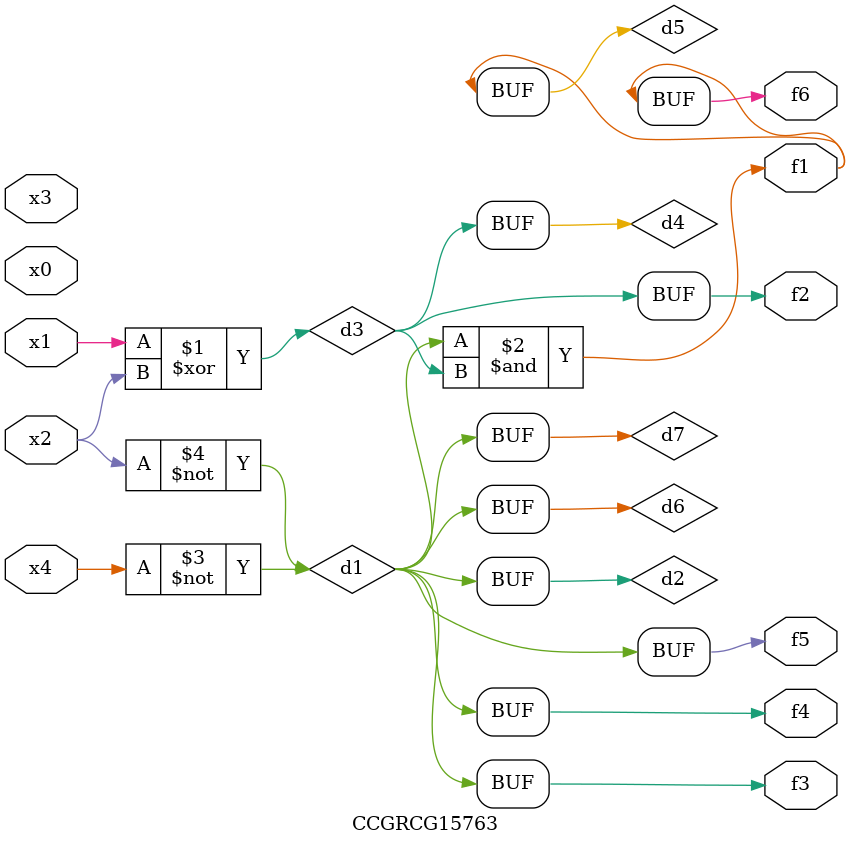
<source format=v>
module CCGRCG15763(
	input x0, x1, x2, x3, x4,
	output f1, f2, f3, f4, f5, f6
);

	wire d1, d2, d3, d4, d5, d6, d7;

	not (d1, x4);
	not (d2, x2);
	xor (d3, x1, x2);
	buf (d4, d3);
	and (d5, d1, d3);
	buf (d6, d1, d2);
	buf (d7, d2);
	assign f1 = d5;
	assign f2 = d4;
	assign f3 = d7;
	assign f4 = d7;
	assign f5 = d7;
	assign f6 = d5;
endmodule

</source>
